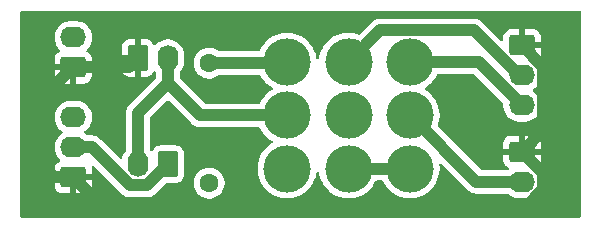
<source format=gbr>
%TF.GenerationSoftware,KiCad,Pcbnew,9.0.2*%
%TF.CreationDate,2025-06-20T16:19:37+01:00*%
%TF.ProjectId,FootSw,466f6f74-5377-42e6-9b69-6361645f7063,rev?*%
%TF.SameCoordinates,Original*%
%TF.FileFunction,Copper,L2,Bot*%
%TF.FilePolarity,Positive*%
%FSLAX46Y46*%
G04 Gerber Fmt 4.6, Leading zero omitted, Abs format (unit mm)*
G04 Created by KiCad (PCBNEW 9.0.2) date 2025-06-20 16:19:37*
%MOMM*%
%LPD*%
G01*
G04 APERTURE LIST*
G04 Aperture macros list*
%AMRoundRect*
0 Rectangle with rounded corners*
0 $1 Rounding radius*
0 $2 $3 $4 $5 $6 $7 $8 $9 X,Y pos of 4 corners*
0 Add a 4 corners polygon primitive as box body*
4,1,4,$2,$3,$4,$5,$6,$7,$8,$9,$2,$3,0*
0 Add four circle primitives for the rounded corners*
1,1,$1+$1,$2,$3*
1,1,$1+$1,$4,$5*
1,1,$1+$1,$6,$7*
1,1,$1+$1,$8,$9*
0 Add four rect primitives between the rounded corners*
20,1,$1+$1,$2,$3,$4,$5,0*
20,1,$1+$1,$4,$5,$6,$7,0*
20,1,$1+$1,$6,$7,$8,$9,0*
20,1,$1+$1,$8,$9,$2,$3,0*%
G04 Aperture macros list end*
%TA.AperFunction,ComponentPad*%
%ADD10C,4.000000*%
%TD*%
%TA.AperFunction,ComponentPad*%
%ADD11RoundRect,0.250000X0.620000X0.845000X-0.620000X0.845000X-0.620000X-0.845000X0.620000X-0.845000X0*%
%TD*%
%TA.AperFunction,ComponentPad*%
%ADD12O,1.740000X2.190000*%
%TD*%
%TA.AperFunction,ComponentPad*%
%ADD13RoundRect,0.250000X0.845000X-0.620000X0.845000X0.620000X-0.845000X0.620000X-0.845000X-0.620000X0*%
%TD*%
%TA.AperFunction,ComponentPad*%
%ADD14O,2.190000X1.740000*%
%TD*%
%TA.AperFunction,ComponentPad*%
%ADD15RoundRect,0.250000X-0.620000X-0.845000X0.620000X-0.845000X0.620000X0.845000X-0.620000X0.845000X0*%
%TD*%
%TA.AperFunction,ComponentPad*%
%ADD16C,1.600000*%
%TD*%
%TA.AperFunction,ComponentPad*%
%ADD17RoundRect,0.250000X-0.845000X0.620000X-0.845000X-0.620000X0.845000X-0.620000X0.845000X0.620000X0*%
%TD*%
%TA.AperFunction,Conductor*%
%ADD18C,1.000000*%
%TD*%
G04 APERTURE END LIST*
D10*
%TO.P,SW1,A1,A*%
%TO.N,Net-(R1-Pad1)*%
X77600000Y-54350000D03*
%TO.P,SW1,A2,B*%
%TO.N,Net-(J4-Pin_2)*%
X77600000Y-58850000D03*
%TO.P,SW1,A3,C*%
%TO.N,unconnected-(SW1-C-PadA3)*%
X77600000Y-63350000D03*
%TO.P,SW1,B1,A*%
%TO.N,Net-(J7-Pin_2)*%
X82800000Y-54350000D03*
%TO.P,SW1,B2,B*%
%TO.N,Net-(J1-Pin_3)*%
X82800000Y-58850000D03*
%TO.P,SW1,B3,C*%
%TO.N,Net-(SW1-C-PadB3)*%
X82800000Y-63350000D03*
%TO.P,SW1,C1,A*%
%TO.N,Net-(J7-Pin_3)*%
X88000000Y-54350000D03*
%TO.P,SW1,C2,B*%
%TO.N,Net-(J2-Pin_2)*%
X88000000Y-58850000D03*
%TO.P,SW1,C3,C*%
%TO.N,Net-(SW1-C-PadB3)*%
X88000000Y-63350000D03*
%TD*%
D11*
%TO.P,J4,1,Pin_1*%
%TO.N,Net-(J1-Pin_2)*%
X67500000Y-62980000D03*
D12*
%TO.P,J4,2,Pin_2*%
%TO.N,Net-(J4-Pin_2)*%
X64960000Y-62980000D03*
%TD*%
D13*
%TO.P,J1,1,Pin_1*%
%TO.N,GND*%
X59500000Y-64080000D03*
D14*
%TO.P,J1,2,Pin_2*%
%TO.N,Net-(J1-Pin_2)*%
X59500000Y-61540000D03*
%TO.P,J1,3,Pin_3*%
%TO.N,Net-(J1-Pin_3)*%
X59500000Y-59000000D03*
%TD*%
D15*
%TO.P,J8,1,Pin_1*%
%TO.N,GND*%
X64960000Y-54000000D03*
D12*
%TO.P,J8,2,Pin_2*%
%TO.N,Net-(J4-Pin_2)*%
X67500000Y-54000000D03*
%TD*%
D16*
%TO.P,R1,1*%
%TO.N,Net-(R1-Pad1)*%
X71000000Y-54420000D03*
%TO.P,R1,2*%
%TO.N,Net-(J5-Pin_2)*%
X71000000Y-64580000D03*
%TD*%
D17*
%TO.P,J7,1,Pin_1*%
%TO.N,GND*%
X97500000Y-52920000D03*
D14*
%TO.P,J7,2,Pin_2*%
%TO.N,Net-(J7-Pin_2)*%
X97500000Y-55460000D03*
%TO.P,J7,3,Pin_3*%
%TO.N,Net-(J7-Pin_3)*%
X97500000Y-58000000D03*
%TD*%
D17*
%TO.P,J2,1,Pin_1*%
%TO.N,GND*%
X97480000Y-61920000D03*
D14*
%TO.P,J2,2,Pin_2*%
%TO.N,Net-(J2-Pin_2)*%
X97480000Y-64460000D03*
%TD*%
D13*
%TO.P,J5,1,Pin_1*%
%TO.N,GND*%
X59500000Y-54775000D03*
D14*
%TO.P,J5,2,Pin_2*%
%TO.N,Net-(J5-Pin_2)*%
X59500000Y-52235000D03*
%TD*%
D18*
%TO.N,GND*%
X59500000Y-54775000D02*
X56500000Y-57775000D01*
X56500000Y-57775000D02*
X56500000Y-62700000D01*
X56500000Y-62700000D02*
X57880000Y-64080000D01*
X57880000Y-64080000D02*
X59500000Y-64080000D01*
X97480000Y-61920000D02*
X99276000Y-63716000D01*
X99276000Y-63716000D02*
X99276000Y-65110730D01*
X99276000Y-65110730D02*
X97786730Y-66600000D01*
X62020000Y-66600000D02*
X59500000Y-64080000D01*
X97786730Y-66600000D02*
X62020000Y-66600000D01*
%TO.N,Net-(J7-Pin_2)*%
X82800000Y-54350000D02*
X85501000Y-51649000D01*
X85501000Y-51649000D02*
X93412156Y-51649000D01*
X93412156Y-51649000D02*
X97223156Y-55460000D01*
X97223156Y-55460000D02*
X97500000Y-55460000D01*
%TO.N,Net-(J7-Pin_3)*%
X88000000Y-54350000D02*
X93850000Y-54350000D01*
X93850000Y-54350000D02*
X97500000Y-58000000D01*
%TO.N,Net-(R1-Pad1)*%
X71000000Y-54420000D02*
X77530000Y-54420000D01*
X77530000Y-54420000D02*
X77600000Y-54350000D01*
%TO.N,Net-(J4-Pin_2)*%
X77600000Y-58850000D02*
X70255000Y-58850000D01*
X70255000Y-58850000D02*
X67500000Y-56095000D01*
%TO.N,Net-(SW1-C-PadB3)*%
X82800000Y-63350000D02*
X88000000Y-63350000D01*
%TO.N,Net-(J2-Pin_2)*%
X97480000Y-64460000D02*
X93610000Y-64460000D01*
X93610000Y-64460000D02*
X88000000Y-58850000D01*
%TO.N,GND*%
X97500000Y-52920000D02*
X99296000Y-54716000D01*
X99296000Y-54716000D02*
X99296000Y-60104000D01*
X99296000Y-60104000D02*
X97480000Y-61920000D01*
X59500000Y-54775000D02*
X64185000Y-54775000D01*
X64185000Y-54775000D02*
X64960000Y-54000000D01*
%TO.N,Net-(J4-Pin_2)*%
X64960000Y-58635000D02*
X64960000Y-62980000D01*
X67500000Y-54000000D02*
X67500000Y-56095000D01*
X67500000Y-56095000D02*
X64960000Y-58635000D01*
%TO.N,Net-(J1-Pin_2)*%
X65704000Y-64776000D02*
X67500000Y-62980000D01*
X61073270Y-61540000D02*
X64309270Y-64776000D01*
X59500000Y-61540000D02*
X61073270Y-61540000D01*
X64309270Y-64776000D02*
X65704000Y-64776000D01*
%TD*%
%TA.AperFunction,Conductor*%
%TO.N,GND*%
G36*
X102442539Y-50020185D02*
G01*
X102488294Y-50072989D01*
X102499500Y-50124500D01*
X102499500Y-67375500D01*
X102479815Y-67442539D01*
X102427011Y-67488294D01*
X102375500Y-67499500D01*
X55124500Y-67499500D01*
X55057461Y-67479815D01*
X55011706Y-67427011D01*
X55000500Y-67375500D01*
X55000500Y-58892133D01*
X57904500Y-58892133D01*
X57904500Y-59107866D01*
X57938245Y-59320922D01*
X57938246Y-59320926D01*
X58004908Y-59526089D01*
X58102843Y-59718299D01*
X58229641Y-59892821D01*
X58382179Y-60045359D01*
X58503454Y-60133471D01*
X58553294Y-60169682D01*
X58595959Y-60225012D01*
X58601938Y-60294626D01*
X58569332Y-60356421D01*
X58553294Y-60370318D01*
X58382179Y-60494641D01*
X58382177Y-60494643D01*
X58382176Y-60494643D01*
X58229643Y-60647176D01*
X58229643Y-60647177D01*
X58229641Y-60647179D01*
X58178611Y-60717416D01*
X58102843Y-60821700D01*
X58004909Y-61013908D01*
X57938245Y-61219077D01*
X57904500Y-61432133D01*
X57904500Y-61647866D01*
X57938245Y-61860922D01*
X57938246Y-61860926D01*
X58004908Y-62066089D01*
X58102843Y-62258299D01*
X58229641Y-62432821D01*
X58229643Y-62432823D01*
X58372003Y-62575183D01*
X58405488Y-62636506D01*
X58400504Y-62706198D01*
X58358632Y-62762131D01*
X58336728Y-62775245D01*
X58335885Y-62775637D01*
X58186654Y-62867684D01*
X58062684Y-62991654D01*
X57970643Y-63140875D01*
X57970641Y-63140880D01*
X57915494Y-63307302D01*
X57915493Y-63307309D01*
X57905000Y-63410013D01*
X57905000Y-63830000D01*
X58957291Y-63830000D01*
X58945548Y-63850339D01*
X58905000Y-64001667D01*
X58905000Y-64158333D01*
X58945548Y-64309661D01*
X58957291Y-64330000D01*
X57905001Y-64330000D01*
X57905001Y-64749986D01*
X57915494Y-64852697D01*
X57970641Y-65019119D01*
X57970643Y-65019124D01*
X58062684Y-65168345D01*
X58186654Y-65292315D01*
X58335875Y-65384356D01*
X58335880Y-65384358D01*
X58502302Y-65439505D01*
X58502309Y-65439506D01*
X58605019Y-65449999D01*
X59249999Y-65449999D01*
X59250000Y-65449998D01*
X59250000Y-64622709D01*
X59270339Y-64634452D01*
X59421667Y-64675000D01*
X59578333Y-64675000D01*
X59729661Y-64634452D01*
X59750000Y-64622709D01*
X59750000Y-65449999D01*
X60394972Y-65449999D01*
X60394986Y-65449998D01*
X60497697Y-65439505D01*
X60664119Y-65384358D01*
X60664124Y-65384356D01*
X60813345Y-65292315D01*
X60937315Y-65168345D01*
X61029356Y-65019124D01*
X61029358Y-65019119D01*
X61084505Y-64852697D01*
X61084506Y-64852690D01*
X61094999Y-64749986D01*
X61095000Y-64749973D01*
X61095000Y-64330000D01*
X60042709Y-64330000D01*
X60054452Y-64309661D01*
X60095000Y-64158333D01*
X60095000Y-64001667D01*
X60054452Y-63850339D01*
X60042709Y-63830000D01*
X61094999Y-63830000D01*
X61094999Y-63410028D01*
X61094998Y-63410013D01*
X61084505Y-63307301D01*
X61080009Y-63293732D01*
X61077606Y-63223903D01*
X61113337Y-63163861D01*
X61175857Y-63132668D01*
X61245316Y-63140227D01*
X61285395Y-63167045D01*
X63529005Y-65410655D01*
X63529034Y-65410686D01*
X63671484Y-65553136D01*
X63671488Y-65553139D01*
X63835349Y-65662628D01*
X63835362Y-65662635D01*
X63964103Y-65715961D01*
X63998214Y-65730090D01*
X64017434Y-65738051D01*
X64110485Y-65756560D01*
X64115201Y-65757498D01*
X64210727Y-65776500D01*
X64210729Y-65776500D01*
X65802542Y-65776500D01*
X65820199Y-65772987D01*
X65902785Y-65756560D01*
X65995836Y-65738051D01*
X66049165Y-65715961D01*
X66177914Y-65662632D01*
X66341782Y-65553139D01*
X66481139Y-65413782D01*
X66481139Y-65413780D01*
X66491347Y-65403573D01*
X66491349Y-65403570D01*
X67283101Y-64611818D01*
X67344424Y-64578333D01*
X67370782Y-64575499D01*
X68170002Y-64575499D01*
X68170008Y-64575499D01*
X68272797Y-64564999D01*
X68439334Y-64509814D01*
X68491484Y-64477648D01*
X69699500Y-64477648D01*
X69699500Y-64682351D01*
X69731522Y-64884534D01*
X69794781Y-65079223D01*
X69840192Y-65168345D01*
X69875244Y-65237139D01*
X69887715Y-65261613D01*
X70008028Y-65427213D01*
X70152786Y-65571971D01*
X70277573Y-65662632D01*
X70318390Y-65692287D01*
X70408203Y-65738049D01*
X70500776Y-65785218D01*
X70500778Y-65785218D01*
X70500781Y-65785220D01*
X70604911Y-65819054D01*
X70695465Y-65848477D01*
X70796557Y-65864488D01*
X70897648Y-65880500D01*
X70897649Y-65880500D01*
X71102351Y-65880500D01*
X71102352Y-65880500D01*
X71304534Y-65848477D01*
X71499219Y-65785220D01*
X71681610Y-65692287D01*
X71774590Y-65624732D01*
X71847213Y-65571971D01*
X71847215Y-65571968D01*
X71847219Y-65571966D01*
X71991966Y-65427219D01*
X71991968Y-65427215D01*
X71991971Y-65427213D01*
X72050518Y-65346628D01*
X72112287Y-65261610D01*
X72205220Y-65079219D01*
X72268477Y-64884534D01*
X72300500Y-64682352D01*
X72300500Y-64477648D01*
X72280620Y-64352133D01*
X72268477Y-64275465D01*
X72225870Y-64144336D01*
X72205220Y-64080781D01*
X72205218Y-64080778D01*
X72205218Y-64080776D01*
X72152746Y-63977795D01*
X72112287Y-63898390D01*
X72095300Y-63875009D01*
X71991971Y-63732786D01*
X71847213Y-63588028D01*
X71681613Y-63467715D01*
X71681612Y-63467714D01*
X71681610Y-63467713D01*
X71597420Y-63424816D01*
X71499223Y-63374781D01*
X71304534Y-63311522D01*
X71129995Y-63283878D01*
X71102352Y-63279500D01*
X70897648Y-63279500D01*
X70873329Y-63283351D01*
X70695465Y-63311522D01*
X70500776Y-63374781D01*
X70318386Y-63467715D01*
X70152786Y-63588028D01*
X70008028Y-63732786D01*
X69887715Y-63898386D01*
X69794781Y-64080776D01*
X69731522Y-64275465D01*
X69699500Y-64477648D01*
X68491484Y-64477648D01*
X68588656Y-64417712D01*
X68712712Y-64293656D01*
X68804814Y-64144334D01*
X68859999Y-63977797D01*
X68870500Y-63875009D01*
X68870499Y-62084992D01*
X68859999Y-61982203D01*
X68804814Y-61815666D01*
X68712712Y-61666344D01*
X68588656Y-61542288D01*
X68439334Y-61450186D01*
X68272797Y-61395001D01*
X68272795Y-61395000D01*
X68170010Y-61384500D01*
X66829998Y-61384500D01*
X66829981Y-61384501D01*
X66727203Y-61395000D01*
X66727200Y-61395001D01*
X66560668Y-61450185D01*
X66560663Y-61450187D01*
X66411342Y-61542289D01*
X66287289Y-61666342D01*
X66191395Y-61821813D01*
X66189368Y-61820562D01*
X66150710Y-61864468D01*
X66083517Y-61883620D01*
X66016636Y-61863405D01*
X65971301Y-61810240D01*
X65960500Y-61759624D01*
X65960500Y-59100782D01*
X65980185Y-59033743D01*
X65996819Y-59013101D01*
X66688998Y-58320922D01*
X67412320Y-57597599D01*
X67473641Y-57564116D01*
X67543333Y-57569100D01*
X67587680Y-57597601D01*
X68489127Y-58499048D01*
X69477860Y-59487781D01*
X69477861Y-59487782D01*
X69617218Y-59627139D01*
X69781086Y-59736632D01*
X69887745Y-59780811D01*
X69963164Y-59812051D01*
X70156454Y-59850499D01*
X70156457Y-59850500D01*
X70156459Y-59850500D01*
X70353540Y-59850500D01*
X75228555Y-59850500D01*
X75295594Y-59870185D01*
X75340275Y-59920699D01*
X75408051Y-60061439D01*
X75408055Y-60061445D01*
X75557477Y-60299248D01*
X75688113Y-60463060D01*
X75729360Y-60514783D01*
X75732584Y-60518825D01*
X75931175Y-60717416D01*
X76150752Y-60892523D01*
X76281727Y-60974820D01*
X76313852Y-60995006D01*
X76360143Y-61047341D01*
X76370791Y-61116394D01*
X76342416Y-61180243D01*
X76313852Y-61204994D01*
X76150753Y-61307476D01*
X75931175Y-61482583D01*
X75732583Y-61681175D01*
X75557476Y-61900753D01*
X75408053Y-62138557D01*
X75286200Y-62391588D01*
X75193443Y-62656670D01*
X75193439Y-62656682D01*
X75130945Y-62930487D01*
X75130942Y-62930505D01*
X75099500Y-63209568D01*
X75099500Y-63490431D01*
X75130942Y-63769494D01*
X75130945Y-63769512D01*
X75193439Y-64043317D01*
X75193443Y-64043329D01*
X75286200Y-64308411D01*
X75408053Y-64561442D01*
X75416885Y-64575498D01*
X75557477Y-64799248D01*
X75732584Y-65018825D01*
X75931175Y-65217416D01*
X76150752Y-65392523D01*
X76388555Y-65541945D01*
X76641592Y-65663801D01*
X76790657Y-65715961D01*
X76906670Y-65756556D01*
X76906682Y-65756560D01*
X77180491Y-65819055D01*
X77180497Y-65819055D01*
X77180505Y-65819057D01*
X77366547Y-65840018D01*
X77459569Y-65850499D01*
X77459572Y-65850500D01*
X77459575Y-65850500D01*
X77740428Y-65850500D01*
X77740429Y-65850499D01*
X77883055Y-65834429D01*
X78019494Y-65819057D01*
X78019499Y-65819056D01*
X78019509Y-65819055D01*
X78293318Y-65756560D01*
X78558408Y-65663801D01*
X78811445Y-65541945D01*
X79049248Y-65392523D01*
X79268825Y-65217416D01*
X79467416Y-65018825D01*
X79642523Y-64799248D01*
X79791945Y-64561445D01*
X79913801Y-64308408D01*
X80006560Y-64043318D01*
X80069055Y-63769509D01*
X80069057Y-63769494D01*
X80076780Y-63700952D01*
X80103846Y-63636538D01*
X80161441Y-63596982D01*
X80231278Y-63594845D01*
X80291185Y-63630803D01*
X80322140Y-63693441D01*
X80323220Y-63700952D01*
X80330942Y-63769494D01*
X80330945Y-63769512D01*
X80393439Y-64043317D01*
X80393443Y-64043329D01*
X80486200Y-64308411D01*
X80608053Y-64561442D01*
X80616885Y-64575498D01*
X80757477Y-64799248D01*
X80932584Y-65018825D01*
X81131175Y-65217416D01*
X81350752Y-65392523D01*
X81588555Y-65541945D01*
X81841592Y-65663801D01*
X81990657Y-65715961D01*
X82106670Y-65756556D01*
X82106682Y-65756560D01*
X82380491Y-65819055D01*
X82380497Y-65819055D01*
X82380505Y-65819057D01*
X82566547Y-65840018D01*
X82659569Y-65850499D01*
X82659572Y-65850500D01*
X82659575Y-65850500D01*
X82940428Y-65850500D01*
X82940429Y-65850499D01*
X83083055Y-65834429D01*
X83219494Y-65819057D01*
X83219499Y-65819056D01*
X83219509Y-65819055D01*
X83493318Y-65756560D01*
X83758408Y-65663801D01*
X84011445Y-65541945D01*
X84249248Y-65392523D01*
X84468825Y-65217416D01*
X84667416Y-65018825D01*
X84842523Y-64799248D01*
X84991945Y-64561445D01*
X85059725Y-64420699D01*
X85106547Y-64368839D01*
X85171445Y-64350500D01*
X85628555Y-64350500D01*
X85695594Y-64370185D01*
X85740275Y-64420699D01*
X85808051Y-64561439D01*
X85853928Y-64634452D01*
X85957477Y-64799248D01*
X86132584Y-65018825D01*
X86331175Y-65217416D01*
X86550752Y-65392523D01*
X86788555Y-65541945D01*
X87041592Y-65663801D01*
X87190657Y-65715961D01*
X87306670Y-65756556D01*
X87306682Y-65756560D01*
X87580491Y-65819055D01*
X87580497Y-65819055D01*
X87580505Y-65819057D01*
X87766547Y-65840018D01*
X87859569Y-65850499D01*
X87859572Y-65850500D01*
X87859575Y-65850500D01*
X88140428Y-65850500D01*
X88140429Y-65850499D01*
X88283055Y-65834429D01*
X88419494Y-65819057D01*
X88419499Y-65819056D01*
X88419509Y-65819055D01*
X88693318Y-65756560D01*
X88958408Y-65663801D01*
X89211445Y-65541945D01*
X89449248Y-65392523D01*
X89668825Y-65217416D01*
X89867416Y-65018825D01*
X90042523Y-64799248D01*
X90191945Y-64561445D01*
X90313801Y-64308408D01*
X90406560Y-64043318D01*
X90469055Y-63769509D01*
X90472189Y-63741700D01*
X90484683Y-63630803D01*
X90500500Y-63490425D01*
X90500500Y-63209575D01*
X90483778Y-63061163D01*
X90495832Y-62992342D01*
X90543181Y-62940963D01*
X90610791Y-62923338D01*
X90677197Y-62945064D01*
X90694679Y-62959599D01*
X92829735Y-65094655D01*
X92829764Y-65094686D01*
X92972217Y-65237139D01*
X93136080Y-65346628D01*
X93136086Y-65346632D01*
X93246878Y-65392523D01*
X93318164Y-65422051D01*
X93414812Y-65441275D01*
X93489390Y-65456110D01*
X93511458Y-65460500D01*
X93511459Y-65460500D01*
X93511460Y-65460500D01*
X93708540Y-65460500D01*
X96265958Y-65460500D01*
X96332997Y-65480185D01*
X96353639Y-65496819D01*
X96362179Y-65505359D01*
X96536701Y-65632157D01*
X96728911Y-65730092D01*
X96934074Y-65796754D01*
X97013973Y-65809408D01*
X97147134Y-65830500D01*
X97147139Y-65830500D01*
X97812866Y-65830500D01*
X97931230Y-65811752D01*
X98025926Y-65796754D01*
X98231089Y-65730092D01*
X98423299Y-65632157D01*
X98597821Y-65505359D01*
X98750359Y-65352821D01*
X98877157Y-65178299D01*
X98975092Y-64986089D01*
X99041754Y-64780926D01*
X99068538Y-64611818D01*
X99075500Y-64567866D01*
X99075500Y-64352133D01*
X99042587Y-64144334D01*
X99041754Y-64139074D01*
X98975092Y-63933911D01*
X98877157Y-63741701D01*
X98750359Y-63567179D01*
X98607996Y-63424816D01*
X98574511Y-63363493D01*
X98579495Y-63293801D01*
X98621367Y-63237868D01*
X98643289Y-63224745D01*
X98644127Y-63224354D01*
X98793345Y-63132315D01*
X98917315Y-63008345D01*
X99009356Y-62859124D01*
X99009358Y-62859119D01*
X99064505Y-62692697D01*
X99064506Y-62692690D01*
X99074999Y-62589986D01*
X99075000Y-62589973D01*
X99075000Y-62170000D01*
X98022709Y-62170000D01*
X98034452Y-62149661D01*
X98075000Y-61998333D01*
X98075000Y-61841667D01*
X98034452Y-61690339D01*
X98022709Y-61670000D01*
X99074999Y-61670000D01*
X99074999Y-61250028D01*
X99074998Y-61250013D01*
X99064505Y-61147302D01*
X99009358Y-60980880D01*
X99009356Y-60980875D01*
X98917315Y-60831654D01*
X98793345Y-60707684D01*
X98644124Y-60615643D01*
X98644119Y-60615641D01*
X98477697Y-60560494D01*
X98477690Y-60560493D01*
X98374986Y-60550000D01*
X97730000Y-60550000D01*
X97730000Y-61377290D01*
X97709661Y-61365548D01*
X97558333Y-61325000D01*
X97401667Y-61325000D01*
X97250339Y-61365548D01*
X97230000Y-61377290D01*
X97230000Y-60550000D01*
X96585028Y-60550000D01*
X96585012Y-60550001D01*
X96482302Y-60560494D01*
X96315880Y-60615641D01*
X96315875Y-60615643D01*
X96166654Y-60707684D01*
X96042684Y-60831654D01*
X95950643Y-60980875D01*
X95950641Y-60980880D01*
X95895494Y-61147302D01*
X95895493Y-61147309D01*
X95885000Y-61250013D01*
X95885000Y-61670000D01*
X96937291Y-61670000D01*
X96925548Y-61690339D01*
X96885000Y-61841667D01*
X96885000Y-61998333D01*
X96925548Y-62149661D01*
X96937291Y-62170000D01*
X95885001Y-62170000D01*
X95885001Y-62589986D01*
X95895494Y-62692697D01*
X95950641Y-62859119D01*
X95950643Y-62859124D01*
X96042684Y-63008345D01*
X96166654Y-63132315D01*
X96322025Y-63228149D01*
X96320936Y-63229913D01*
X96365657Y-63269289D01*
X96384810Y-63336482D01*
X96364595Y-63403363D01*
X96311431Y-63448699D01*
X96260814Y-63459500D01*
X94075782Y-63459500D01*
X94008743Y-63439815D01*
X93988101Y-63423181D01*
X90384324Y-59819404D01*
X90350839Y-59758081D01*
X90354963Y-59690771D01*
X90406560Y-59543318D01*
X90469055Y-59269509D01*
X90476780Y-59200952D01*
X90500499Y-58990431D01*
X90500500Y-58990427D01*
X90500500Y-58709572D01*
X90500499Y-58709568D01*
X90469057Y-58430505D01*
X90469054Y-58430487D01*
X90466780Y-58420526D01*
X90406560Y-58156682D01*
X90389237Y-58107177D01*
X90335863Y-57954643D01*
X90313801Y-57891592D01*
X90191945Y-57638555D01*
X90042523Y-57400752D01*
X89867416Y-57181175D01*
X89668825Y-56982584D01*
X89449248Y-56807477D01*
X89286146Y-56704992D01*
X89239856Y-56652659D01*
X89229208Y-56583606D01*
X89257583Y-56519757D01*
X89286145Y-56495007D01*
X89449248Y-56392523D01*
X89668825Y-56217416D01*
X89867416Y-56018825D01*
X90042523Y-55799248D01*
X90191945Y-55561445D01*
X90251723Y-55437315D01*
X90259725Y-55420699D01*
X90306547Y-55368839D01*
X90371445Y-55350500D01*
X93384218Y-55350500D01*
X93451257Y-55370185D01*
X93471899Y-55386819D01*
X95869766Y-57784687D01*
X95903251Y-57846010D01*
X95904430Y-57887241D01*
X95904882Y-57887277D01*
X95904551Y-57891473D01*
X95904560Y-57891757D01*
X95904500Y-57892136D01*
X95904500Y-58107866D01*
X95932033Y-58281700D01*
X95938246Y-58320926D01*
X96004908Y-58526089D01*
X96102843Y-58718299D01*
X96229641Y-58892821D01*
X96382179Y-59045359D01*
X96556701Y-59172157D01*
X96748911Y-59270092D01*
X96954074Y-59336754D01*
X97033973Y-59349408D01*
X97167134Y-59370500D01*
X97167139Y-59370500D01*
X97832866Y-59370500D01*
X97951230Y-59351752D01*
X98045926Y-59336754D01*
X98251089Y-59270092D01*
X98443299Y-59172157D01*
X98617821Y-59045359D01*
X98770359Y-58892821D01*
X98897157Y-58718299D01*
X98995092Y-58526089D01*
X99061754Y-58320926D01*
X99076752Y-58226230D01*
X99095500Y-58107866D01*
X99095500Y-57892133D01*
X99061754Y-57679077D01*
X99061754Y-57679074D01*
X98995092Y-57473911D01*
X98897157Y-57281701D01*
X98770359Y-57107179D01*
X98617821Y-56954641D01*
X98446704Y-56830317D01*
X98404040Y-56774988D01*
X98398061Y-56705374D01*
X98430667Y-56643580D01*
X98446702Y-56629684D01*
X98617821Y-56505359D01*
X98770359Y-56352821D01*
X98897157Y-56178299D01*
X98995092Y-55986089D01*
X99061754Y-55780926D01*
X99081608Y-55655575D01*
X99095500Y-55567866D01*
X99095500Y-55352133D01*
X99073002Y-55210095D01*
X99061754Y-55139074D01*
X98995092Y-54933911D01*
X98897157Y-54741701D01*
X98770359Y-54567179D01*
X98627996Y-54424816D01*
X98594511Y-54363493D01*
X98599495Y-54293801D01*
X98641367Y-54237868D01*
X98663289Y-54224745D01*
X98664127Y-54224354D01*
X98813345Y-54132315D01*
X98937315Y-54008345D01*
X99029356Y-53859124D01*
X99029358Y-53859119D01*
X99084505Y-53692697D01*
X99084506Y-53692690D01*
X99094999Y-53589986D01*
X99095000Y-53589973D01*
X99095000Y-53170000D01*
X98042709Y-53170000D01*
X98054452Y-53149661D01*
X98095000Y-52998333D01*
X98095000Y-52841667D01*
X98054452Y-52690339D01*
X98042709Y-52670000D01*
X99094999Y-52670000D01*
X99094999Y-52250028D01*
X99094998Y-52250013D01*
X99084505Y-52147302D01*
X99029358Y-51980880D01*
X99029356Y-51980875D01*
X98937315Y-51831654D01*
X98813345Y-51707684D01*
X98664124Y-51615643D01*
X98664119Y-51615641D01*
X98497697Y-51560494D01*
X98497690Y-51560493D01*
X98394986Y-51550000D01*
X97750000Y-51550000D01*
X97750000Y-52377290D01*
X97729661Y-52365548D01*
X97578333Y-52325000D01*
X97421667Y-52325000D01*
X97270339Y-52365548D01*
X97250000Y-52377290D01*
X97250000Y-51550000D01*
X96605028Y-51550000D01*
X96605012Y-51550001D01*
X96502302Y-51560494D01*
X96335880Y-51615641D01*
X96335875Y-51615643D01*
X96186654Y-51707684D01*
X96062684Y-51831654D01*
X95970643Y-51980875D01*
X95970641Y-51980880D01*
X95915494Y-52147302D01*
X95915493Y-52147309D01*
X95905000Y-52250013D01*
X95905000Y-52427562D01*
X95885315Y-52494601D01*
X95832511Y-52540356D01*
X95763353Y-52550300D01*
X95699797Y-52521275D01*
X95693319Y-52515243D01*
X94193635Y-51015559D01*
X94193615Y-51015537D01*
X94049941Y-50871863D01*
X94049937Y-50871860D01*
X93886076Y-50762371D01*
X93886067Y-50762366D01*
X93813471Y-50732296D01*
X93757321Y-50709038D01*
X93703992Y-50686949D01*
X93703988Y-50686948D01*
X93703984Y-50686946D01*
X93607344Y-50667724D01*
X93510700Y-50648500D01*
X93510697Y-50648500D01*
X85402459Y-50648500D01*
X85402455Y-50648500D01*
X85305812Y-50667724D01*
X85209167Y-50686947D01*
X85209161Y-50686949D01*
X85155834Y-50709037D01*
X85155834Y-50709038D01*
X85110315Y-50727892D01*
X85027089Y-50762366D01*
X85027079Y-50762371D01*
X84863219Y-50871859D01*
X84793540Y-50941538D01*
X84723861Y-51011218D01*
X84723858Y-51011221D01*
X83769404Y-51965674D01*
X83708081Y-51999159D01*
X83640769Y-51995035D01*
X83493318Y-51943440D01*
X83493312Y-51943438D01*
X83219512Y-51880945D01*
X83219494Y-51880942D01*
X82940431Y-51849500D01*
X82940425Y-51849500D01*
X82659575Y-51849500D01*
X82659568Y-51849500D01*
X82380505Y-51880942D01*
X82380487Y-51880945D01*
X82106682Y-51943439D01*
X82106670Y-51943443D01*
X81841588Y-52036200D01*
X81588557Y-52158053D01*
X81350753Y-52307476D01*
X81131175Y-52482583D01*
X80932583Y-52681175D01*
X80757476Y-52900753D01*
X80608053Y-53138557D01*
X80486200Y-53391588D01*
X80393443Y-53656670D01*
X80393439Y-53656682D01*
X80330945Y-53930487D01*
X80330943Y-53930503D01*
X80323220Y-53999048D01*
X80296154Y-54063462D01*
X80238559Y-54103017D01*
X80168722Y-54105154D01*
X80108815Y-54069196D01*
X80077860Y-54006558D01*
X80076780Y-53999048D01*
X80069056Y-53930503D01*
X80069055Y-53930491D01*
X80006560Y-53656682D01*
X79913801Y-53391592D01*
X79791945Y-53138555D01*
X79642523Y-52900752D01*
X79467416Y-52681175D01*
X79268825Y-52482584D01*
X79253851Y-52470643D01*
X79170911Y-52404500D01*
X79049248Y-52307477D01*
X78811445Y-52158055D01*
X78811442Y-52158053D01*
X78558411Y-52036200D01*
X78293329Y-51943443D01*
X78293317Y-51943439D01*
X78019512Y-51880945D01*
X78019494Y-51880942D01*
X77740431Y-51849500D01*
X77740425Y-51849500D01*
X77459575Y-51849500D01*
X77459568Y-51849500D01*
X77180505Y-51880942D01*
X77180487Y-51880945D01*
X76906682Y-51943439D01*
X76906670Y-51943443D01*
X76641588Y-52036200D01*
X76388557Y-52158053D01*
X76150753Y-52307476D01*
X75931175Y-52482583D01*
X75732583Y-52681175D01*
X75557476Y-52900753D01*
X75408053Y-53138557D01*
X75306564Y-53349302D01*
X75259741Y-53401161D01*
X75194844Y-53419500D01*
X71875762Y-53419500D01*
X71808723Y-53399815D01*
X71802877Y-53395818D01*
X71797060Y-53391592D01*
X71681610Y-53307713D01*
X71624653Y-53278691D01*
X71499223Y-53214781D01*
X71304534Y-53151522D01*
X71129995Y-53123878D01*
X71102352Y-53119500D01*
X70897648Y-53119500D01*
X70873329Y-53123351D01*
X70695465Y-53151522D01*
X70500776Y-53214781D01*
X70318386Y-53307715D01*
X70152786Y-53428028D01*
X70008028Y-53572786D01*
X69887715Y-53738386D01*
X69794781Y-53920776D01*
X69731522Y-54115465D01*
X69704221Y-54287843D01*
X69699500Y-54317648D01*
X69699500Y-54522352D01*
X69703141Y-54545339D01*
X69731522Y-54724534D01*
X69794781Y-54919223D01*
X69838315Y-55004661D01*
X69884441Y-55095189D01*
X69887715Y-55101613D01*
X70008028Y-55267213D01*
X70152786Y-55411971D01*
X70307749Y-55524556D01*
X70318390Y-55532287D01*
X70434607Y-55591503D01*
X70500776Y-55625218D01*
X70500778Y-55625218D01*
X70500781Y-55625220D01*
X70594204Y-55655575D01*
X70695465Y-55688477D01*
X70796557Y-55704488D01*
X70897648Y-55720500D01*
X70897649Y-55720500D01*
X71102351Y-55720500D01*
X71102352Y-55720500D01*
X71304534Y-55688477D01*
X71499219Y-55625220D01*
X71681610Y-55532287D01*
X71802877Y-55444181D01*
X71868683Y-55420702D01*
X71875762Y-55420500D01*
X75262265Y-55420500D01*
X75329304Y-55440185D01*
X75373985Y-55490699D01*
X75408051Y-55561439D01*
X75422545Y-55584506D01*
X75557477Y-55799248D01*
X75608593Y-55863345D01*
X75707455Y-55987315D01*
X75732584Y-56018825D01*
X75931175Y-56217416D01*
X76150752Y-56392523D01*
X76281727Y-56474820D01*
X76313852Y-56495006D01*
X76360143Y-56547341D01*
X76370791Y-56616394D01*
X76342416Y-56680243D01*
X76313852Y-56704994D01*
X76150753Y-56807476D01*
X75931175Y-56982583D01*
X75732583Y-57181175D01*
X75557476Y-57400753D01*
X75408051Y-57638560D01*
X75340275Y-57779301D01*
X75293453Y-57831161D01*
X75228555Y-57849500D01*
X70720783Y-57849500D01*
X70653744Y-57829815D01*
X70633102Y-57813181D01*
X68536819Y-55716898D01*
X68503334Y-55655575D01*
X68500500Y-55629217D01*
X68500500Y-55214042D01*
X68520185Y-55147003D01*
X68536819Y-55126361D01*
X68545359Y-55117821D01*
X68672157Y-54943299D01*
X68770092Y-54751089D01*
X68836754Y-54545926D01*
X68855936Y-54424816D01*
X68870500Y-54332866D01*
X68870500Y-53667133D01*
X68844834Y-53505092D01*
X68836754Y-53454074D01*
X68770092Y-53248911D01*
X68672157Y-53056701D01*
X68545359Y-52882179D01*
X68392821Y-52729641D01*
X68218299Y-52602843D01*
X68026089Y-52504908D01*
X67820926Y-52438246D01*
X67820924Y-52438245D01*
X67820922Y-52438245D01*
X67607866Y-52404500D01*
X67607861Y-52404500D01*
X67392139Y-52404500D01*
X67392134Y-52404500D01*
X67179077Y-52438245D01*
X66973908Y-52504909D01*
X66781700Y-52602843D01*
X66607180Y-52729640D01*
X66464816Y-52872004D01*
X66403493Y-52905488D01*
X66333801Y-52900504D01*
X66277868Y-52858632D01*
X66264748Y-52836716D01*
X66264356Y-52835876D01*
X66172315Y-52686654D01*
X66048345Y-52562684D01*
X65899124Y-52470643D01*
X65899119Y-52470641D01*
X65732697Y-52415494D01*
X65732690Y-52415493D01*
X65629986Y-52405000D01*
X65210000Y-52405000D01*
X65210000Y-53457290D01*
X65189661Y-53445548D01*
X65038333Y-53405000D01*
X64881667Y-53405000D01*
X64730339Y-53445548D01*
X64710000Y-53457290D01*
X64710000Y-52405000D01*
X64290028Y-52405000D01*
X64290012Y-52405001D01*
X64187302Y-52415494D01*
X64020880Y-52470641D01*
X64020875Y-52470643D01*
X63871654Y-52562684D01*
X63747684Y-52686654D01*
X63655643Y-52835875D01*
X63655641Y-52835880D01*
X63600494Y-53002302D01*
X63600493Y-53002309D01*
X63590000Y-53105013D01*
X63590000Y-53750000D01*
X64417291Y-53750000D01*
X64405548Y-53770339D01*
X64365000Y-53921667D01*
X64365000Y-54078333D01*
X64405548Y-54229661D01*
X64417291Y-54250000D01*
X63590001Y-54250000D01*
X63590001Y-54894986D01*
X63600494Y-54997697D01*
X63655641Y-55164119D01*
X63655643Y-55164124D01*
X63747684Y-55313345D01*
X63871654Y-55437315D01*
X64020875Y-55529356D01*
X64020880Y-55529358D01*
X64187302Y-55584505D01*
X64187309Y-55584506D01*
X64290019Y-55594999D01*
X64709999Y-55594999D01*
X64710000Y-55594998D01*
X64710000Y-54542709D01*
X64730339Y-54554452D01*
X64881667Y-54595000D01*
X65038333Y-54595000D01*
X65189661Y-54554452D01*
X65210000Y-54542709D01*
X65210000Y-55594999D01*
X65629972Y-55594999D01*
X65629986Y-55594998D01*
X65732697Y-55584505D01*
X65899119Y-55529358D01*
X65899124Y-55529356D01*
X66048345Y-55437315D01*
X66172315Y-55313345D01*
X66268149Y-55157975D01*
X66269915Y-55159064D01*
X66309278Y-55114349D01*
X66376470Y-55095189D01*
X66443353Y-55115397D01*
X66488694Y-55168557D01*
X66499500Y-55219185D01*
X66499500Y-55629217D01*
X66479815Y-55696256D01*
X66463181Y-55716898D01*
X64322220Y-57857859D01*
X64322218Y-57857861D01*
X64252538Y-57927540D01*
X64182859Y-57997219D01*
X64073371Y-58161079D01*
X64073364Y-58161092D01*
X64035987Y-58251330D01*
X64035984Y-58251338D01*
X64033834Y-58256530D01*
X63997949Y-58343164D01*
X63982561Y-58420526D01*
X63981284Y-58426942D01*
X63981282Y-58426951D01*
X63959500Y-58536456D01*
X63959500Y-61765958D01*
X63939815Y-61832997D01*
X63923181Y-61853639D01*
X63914643Y-61862176D01*
X63914643Y-61862177D01*
X63914641Y-61862179D01*
X63860186Y-61937129D01*
X63787843Y-62036700D01*
X63689909Y-62228906D01*
X63626677Y-62423513D01*
X63587239Y-62481188D01*
X63522880Y-62508386D01*
X63454034Y-62496471D01*
X63421065Y-62472875D01*
X61854749Y-60906559D01*
X61854729Y-60906537D01*
X61711055Y-60762863D01*
X61711051Y-60762860D01*
X61547190Y-60653371D01*
X61547181Y-60653366D01*
X61425410Y-60602927D01*
X61425408Y-60602926D01*
X61418435Y-60600038D01*
X61365106Y-60577949D01*
X61265640Y-60558164D01*
X61261093Y-60557259D01*
X61261084Y-60557257D01*
X61171813Y-60539500D01*
X61171811Y-60539500D01*
X60714042Y-60539500D01*
X60647003Y-60519815D01*
X60639753Y-60514783D01*
X60632642Y-60509462D01*
X60617821Y-60494641D01*
X60446005Y-60369809D01*
X60445302Y-60369283D01*
X60424866Y-60341996D01*
X60404040Y-60314988D01*
X60403962Y-60314084D01*
X60403418Y-60313358D01*
X60400975Y-60279308D01*
X60398061Y-60245374D01*
X60398483Y-60244572D01*
X60398419Y-60243668D01*
X60414763Y-60213718D01*
X60430667Y-60183580D01*
X60431702Y-60182682D01*
X60431891Y-60182337D01*
X60432460Y-60182025D01*
X60446702Y-60169684D01*
X60617821Y-60045359D01*
X60770359Y-59892821D01*
X60897157Y-59718299D01*
X60995092Y-59526089D01*
X61061754Y-59320926D01*
X61085317Y-59172156D01*
X61095500Y-59107866D01*
X61095500Y-58892133D01*
X61073002Y-58750095D01*
X61061754Y-58679074D01*
X60995092Y-58473911D01*
X60897157Y-58281701D01*
X60770359Y-58107179D01*
X60617821Y-57954641D01*
X60443299Y-57827843D01*
X60251089Y-57729908D01*
X60045926Y-57663246D01*
X60045924Y-57663245D01*
X60045922Y-57663245D01*
X59832866Y-57629500D01*
X59832861Y-57629500D01*
X59167139Y-57629500D01*
X59167134Y-57629500D01*
X58954077Y-57663245D01*
X58748908Y-57729909D01*
X58556700Y-57827843D01*
X58468205Y-57892139D01*
X58382179Y-57954641D01*
X58382177Y-57954643D01*
X58382176Y-57954643D01*
X58229643Y-58107176D01*
X58229643Y-58107177D01*
X58229641Y-58107179D01*
X58229142Y-58107866D01*
X58102843Y-58281700D01*
X58004909Y-58473908D01*
X57938245Y-58679077D01*
X57904500Y-58892133D01*
X55000500Y-58892133D01*
X55000500Y-52127133D01*
X57904500Y-52127133D01*
X57904500Y-52342866D01*
X57938245Y-52555922D01*
X57938246Y-52555926D01*
X57994690Y-52729643D01*
X58004909Y-52761091D01*
X58066604Y-52882176D01*
X58102843Y-52953299D01*
X58229641Y-53127821D01*
X58229643Y-53127823D01*
X58372003Y-53270183D01*
X58405488Y-53331506D01*
X58400504Y-53401198D01*
X58358632Y-53457131D01*
X58336728Y-53470245D01*
X58335885Y-53470637D01*
X58186654Y-53562684D01*
X58062684Y-53686654D01*
X57970643Y-53835875D01*
X57970641Y-53835880D01*
X57915494Y-54002302D01*
X57915493Y-54002309D01*
X57905000Y-54105013D01*
X57905000Y-54525000D01*
X58957291Y-54525000D01*
X58945548Y-54545339D01*
X58905000Y-54696667D01*
X58905000Y-54853333D01*
X58945548Y-55004661D01*
X58957291Y-55025000D01*
X57905001Y-55025000D01*
X57905001Y-55444986D01*
X57915494Y-55547697D01*
X57970641Y-55714119D01*
X57970643Y-55714124D01*
X58062684Y-55863345D01*
X58186654Y-55987315D01*
X58335875Y-56079356D01*
X58335880Y-56079358D01*
X58502302Y-56134505D01*
X58502309Y-56134506D01*
X58605019Y-56144999D01*
X59249999Y-56144999D01*
X59250000Y-56144998D01*
X59250000Y-55317709D01*
X59270339Y-55329452D01*
X59421667Y-55370000D01*
X59578333Y-55370000D01*
X59729661Y-55329452D01*
X59750000Y-55317709D01*
X59750000Y-56144999D01*
X60394972Y-56144999D01*
X60394986Y-56144998D01*
X60497697Y-56134505D01*
X60664119Y-56079358D01*
X60664124Y-56079356D01*
X60813345Y-55987315D01*
X60937315Y-55863345D01*
X61029356Y-55714124D01*
X61029358Y-55714119D01*
X61084505Y-55547697D01*
X61084506Y-55547690D01*
X61094999Y-55444986D01*
X61095000Y-55444973D01*
X61095000Y-55025000D01*
X60042709Y-55025000D01*
X60054452Y-55004661D01*
X60095000Y-54853333D01*
X60095000Y-54696667D01*
X60054452Y-54545339D01*
X60042709Y-54525000D01*
X61094999Y-54525000D01*
X61094999Y-54105028D01*
X61094998Y-54105013D01*
X61084505Y-54002302D01*
X61029358Y-53835880D01*
X61029356Y-53835875D01*
X60937315Y-53686654D01*
X60813345Y-53562684D01*
X60664118Y-53470640D01*
X60663277Y-53470248D01*
X60662796Y-53469824D01*
X60657975Y-53466851D01*
X60658483Y-53466027D01*
X60610836Y-53424078D01*
X60591681Y-53356885D01*
X60611894Y-53290003D01*
X60627987Y-53270192D01*
X60770359Y-53127821D01*
X60897157Y-52953299D01*
X60995092Y-52761089D01*
X61061754Y-52555926D01*
X61083996Y-52415494D01*
X61095500Y-52342866D01*
X61095500Y-52127133D01*
X61072334Y-51980875D01*
X61061754Y-51914074D01*
X60995092Y-51708911D01*
X60897157Y-51516701D01*
X60770359Y-51342179D01*
X60617821Y-51189641D01*
X60443299Y-51062843D01*
X60251089Y-50964908D01*
X60045926Y-50898246D01*
X60045924Y-50898245D01*
X60045922Y-50898245D01*
X59832866Y-50864500D01*
X59832861Y-50864500D01*
X59167139Y-50864500D01*
X59167134Y-50864500D01*
X58954077Y-50898245D01*
X58748908Y-50964909D01*
X58556700Y-51062843D01*
X58457129Y-51135186D01*
X58382179Y-51189641D01*
X58382177Y-51189643D01*
X58382176Y-51189643D01*
X58229643Y-51342176D01*
X58229643Y-51342177D01*
X58229641Y-51342179D01*
X58175186Y-51417129D01*
X58102843Y-51516700D01*
X58004909Y-51708908D01*
X57938245Y-51914077D01*
X57904500Y-52127133D01*
X55000500Y-52127133D01*
X55000500Y-50124500D01*
X55020185Y-50057461D01*
X55072989Y-50011706D01*
X55124500Y-50000500D01*
X102375500Y-50000500D01*
X102442539Y-50020185D01*
G37*
%TD.AperFunction*%
%TD*%
M02*

</source>
